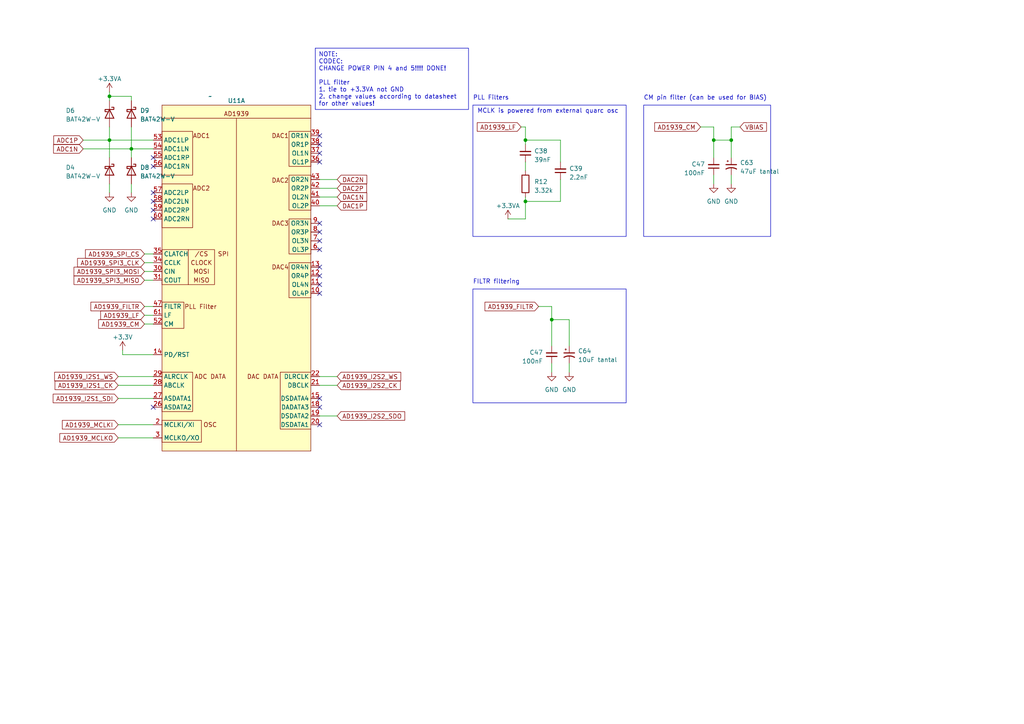
<source format=kicad_sch>
(kicad_sch (version 20230121) (generator eeschema)
  (paper "A4")
  (lib_symbols
    (symbol "Device:C_Polarized_Small_US" (pin_numbers hide) (pin_names (offset 0.254) hide)
      (property "Reference" "C" (at 0.254 1.778 0))
      (property "Value" "C_Polarized_Small_US" (at 0.254 -2.032 0))
      (symbol "C_Polarized_Small_US_0_1"
        (polyline (pts (xy -1.524 0.508) (xy 1.524 0.508)) (stroke (width 0.3048)))
        (polyline (pts (xy -1.27 1.524) (xy -0.762 1.524)))
        (polyline (pts (xy -1.016 1.27) (xy -1.016 1.778)))
        (arc (start 1.524 -0.762) (mid 0 -0.3734) (end -1.524 -0.762) (stroke (width 0.3048)))
      )
      (symbol "C_Polarized_Small_US_1_1"
        (pin passive line (at 0 2.54 270) (length 2.032) (name "~") (number "1"))
        (pin passive line (at 0 -2.54 90) (length 2.032) (name "~") (number "2"))
      )
    )
    (symbol "Device:C_Small" (pin_numbers hide) (pin_names (offset 0.254) hide)
      (property "Reference" "C" (at 0.254 1.778 0))
      (property "Value" "C_Small" (at 0.254 -2.032 0))
      (symbol "C_Small_0_1"
        (polyline (pts (xy -1.524 -0.508) (xy 1.524 -0.508)) (stroke (width 0.3302)))
        (polyline (pts (xy -1.524 0.508) (xy 1.524 0.508)) (stroke (width 0.3048)))
      )
      (symbol "C_Small_1_1"
        (pin passive line (at 0 2.54 270) (length 2.032) (name "~") (number "1"))
        (pin passive line (at 0 -2.54 90) (length 2.032) (name "~") (number "2"))
      )
    )
    (symbol "Device:R" (pin_numbers hide) (pin_names (offset 0))
      (property "Reference" "R" (at 2.032 0 90))
      (property "Value" "R" (at 0 0 90))
      (symbol "R_0_1"
        (rectangle (start -1.016 -2.54) (end 1.016 2.54) (stroke (width 0.254)))
      )
      (symbol "R_1_1"
        (pin passive line (at 0 3.81 270) (length 1.27) (name "~") (number "1"))
        (pin passive line (at 0 -3.81 90) (length 1.27) (name "~") (number "2"))
      )
    )
    (symbol "Diode:BAT42W-V" (pin_numbers hide) (pin_names (offset 1.016) hide)
      (property "Reference" "D" (at 0 2.54 0))
      (property "Value" "BAT42W-V" (at 0 -2.54 0))
      (symbol "BAT42W-V_0_1"
        (polyline (pts (xy 1.27 0) (xy -1.27 0)))
        (polyline (pts (xy 1.27 1.27) (xy 1.27 -1.27) (xy -1.27 0) (xy 1.27 1.27)) (stroke (width 0.254)))
        (polyline (pts (xy -1.905 0.635) (xy -1.905 1.27) (xy -1.27 1.27) (xy -1.27 -1.27) (xy -0.635 -1.27) (xy -0.635 -0.635)) (stroke (width 0.254)))
      )
      (symbol "BAT42W-V_1_1"
        (pin passive line (at -3.81 0 0) (length 2.54) (name "K") (number "1"))
        (pin passive line (at 3.81 0 180) (length 2.54) (name "A") (number "2"))
      )
    )
    (symbol "codec:AD1939"
      (property "Reference" "U" (at -10.16 5.08 0))
      (symbol "AD1939_1_1"
        (rectangle (start -13.97 -93.98) (end -2.54 -100.33))
        (rectangle (start -13.97 -80.01) (end -5.08 -91.44))
        (rectangle (start -13.97 -59.69) (end -7.62 -67.31))
        (rectangle (start -13.97 -44.45) (end -6.35 -54.61))
        (rectangle (start -13.97 -25.4) (end -5.08 -38.1))
        (rectangle (start -13.97 -10.16) (end -5.08 -22.86))
        (rectangle (start -13.97 -2.54) (end 29.21 -102.87) (fill (type background)))
        (polyline (pts (xy -13.97 -6.35) (xy 29.21 -6.35)))
        (polyline (pts (xy 7.62 -6.35) (xy 7.62 -102.87)))
        (polyline (pts (xy -6.35 -44.45) (xy 1.27 -44.45) (xy 1.27 -54.61) (xy -6.35 -54.61)))
        (polyline (pts (xy 29.21 -80.01) (xy 20.32 -80.01) (xy 20.32 -96.52) (xy 29.21 -96.52)))
        (rectangle (start 22.86 -48.26) (end 29.21 -58.42))
        (rectangle (start 22.86 -35.56) (end 29.21 -45.72))
        (rectangle (start 22.86 -22.86) (end 29.21 -33.02))
        (rectangle (start 22.86 -10.16) (end 29.21 -20.32))
        (text "/CS" (at -2.54 -45.72 0) (effects (font (size 1.27 1.27))))
        (text "AD1939" (at 7.62 -5.08 0) (effects (font (size 1.27 1.27))))
        (text "ADC DATA" (at 0 -81.28 0) (effects (font (size 1.27 1.27))))
        (text "ADC1\n" (at -2.54 -11.43 0) (effects (font (size 1.27 1.27))))
        (text "ADC2\n" (at -2.54 -26.67 0) (effects (font (size 1.27 1.27))))
        (text "CLOCK" (at -2.54 -48.26 0) (effects (font (size 1.27 1.27))))
        (text "DAC DATA" (at 15.24 -81.28 0) (effects (font (size 1.27 1.27))))
        (text "DAC1\n" (at 20.32 -11.43 0) (effects (font (size 1.27 1.27))))
        (text "DAC2\n\n" (at 20.32 -25.4 0) (effects (font (size 1.27 1.27))))
        (text "DAC3\n" (at 20.32 -36.83 0) (effects (font (size 1.27 1.27))))
        (text "DAC4\n" (at 20.32 -49.53 0) (effects (font (size 1.27 1.27))))
        (text "MISO" (at -2.54 -53.34 0) (effects (font (size 1.27 1.27))))
        (text "MOSI" (at -2.54 -50.8 0) (effects (font (size 1.27 1.27))))
        (text "OSC" (at 0 -95.25 0) (effects (font (size 1.27 1.27))))
        (text "PLL Filter" (at -2.7837 -60.9893 0) (effects (font (size 1.27 1.27))))
        (text "SPI\n" (at 3.81 -45.72 0) (effects (font (size 1.27 1.27))))
        (pin output line (at 31.75 -57.15 180) (length 2.54) (name "OL4P") (number "10"))
        (pin output line (at 31.75 -54.61 180) (length 2.54) (name "OL4N") (number "11"))
        (pin output line (at 31.75 -52.07 180) (length 2.54) (name "OR4P") (number "12"))
        (pin output line (at 31.75 -49.53 180) (length 2.54) (name "OR4N") (number "13"))
        (pin input line (at -16.51 -74.93 0) (length 2.54) (name "PD/RST") (number "14"))
        (pin bidirectional line (at 31.75 -87.63 180) (length 2.54) (name "DSDATA4") (number "15"))
        (pin bidirectional line (at 31.75 -90.17 180) (length 2.54) (name "DADATA3") (number "18"))
        (pin bidirectional line (at 31.75 -92.71 180) (length 2.54) (name "DSDATA2") (number "19"))
        (pin input line (at -16.51 -95.25 0) (length 2.54) (name "MCLKI/XI") (number "2"))
        (pin input line (at 31.75 -95.25 180) (length 2.54) (name "DSDATA1") (number "20"))
        (pin bidirectional line (at 31.75 -83.82 180) (length 2.54) (name "DBCLK") (number "21"))
        (pin bidirectional line (at 31.75 -81.28 180) (length 2.54) (name "DLRCLK") (number "22"))
        (pin bidirectional line (at -16.51 -90.17 0) (length 2.54) (name "ASDATA2") (number "26"))
        (pin output line (at -16.51 -87.63 0) (length 2.54) (name "ASDATA1") (number "27"))
        (pin bidirectional line (at -16.51 -83.82 0) (length 2.54) (name "ABCLK") (number "28"))
        (pin bidirectional line (at -16.51 -81.28 0) (length 2.54) (name "ALRCLK") (number "29"))
        (pin output line (at -16.51 -99.06 0) (length 2.54) (name "MCLKO/XO") (number "3"))
        (pin input line (at -16.51 -50.8 0) (length 2.54) (name "CIN") (number "30"))
        (pin bidirectional line (at -16.51 -53.34 0) (length 2.54) (name "COUT") (number "31"))
        (pin input line (at -16.51 -48.26 0) (length 2.54) (name "CCLK") (number "34"))
        (pin input line (at -16.51 -45.72 0) (length 2.54) (name "CLATCH") (number "35"))
        (pin output line (at 31.75 -19.05 180) (length 2.54) (name "OL1P") (number "36"))
        (pin output line (at 31.75 -16.51 180) (length 2.54) (name "OL1N") (number "37"))
        (pin output line (at 31.75 -13.97 180) (length 2.54) (name "OR1P") (number "38"))
        (pin output line (at 31.75 -11.43 180) (length 2.54) (name "OR1N") (number "39"))
        (pin output line (at 31.75 -31.75 180) (length 2.54) (name "OL2P") (number "40"))
        (pin output line (at 31.75 -29.21 180) (length 2.54) (name "OL2N") (number "41"))
        (pin output line (at 31.75 -26.67 180) (length 2.54) (name "OR2P") (number "42"))
        (pin output line (at 31.75 -24.13 180) (length 2.54) (name "OR2N") (number "43"))
        (pin output line (at -16.51 -60.96 0) (length 2.54) (name "FILTR") (number "47"))
        (pin output line (at -16.51 -66.04 0) (length 2.54) (name "CM") (number "52"))
        (pin input line (at -16.51 -12.7 0) (length 2.54) (name "ADC1LP") (number "53"))
        (pin input line (at -16.51 -15.24 0) (length 2.54) (name "ADC1LN") (number "54"))
        (pin input line (at -16.51 -17.78 0) (length 2.54) (name "ADC1RP") (number "55"))
        (pin input line (at -16.51 -20.32 0) (length 2.54) (name "ADC1RN") (number "56"))
        (pin input line (at -16.51 -27.94 0) (length 2.54) (name "ADC2LP") (number "57"))
        (pin input line (at -16.51 -30.48 0) (length 2.54) (name "ADC2LN") (number "58"))
        (pin input line (at -16.51 -33.02 0) (length 2.54) (name "ADC2RP") (number "59"))
        (pin output line (at 31.75 -44.45 180) (length 2.54) (name "OL3P") (number "6"))
        (pin input line (at -16.51 -35.56 0) (length 2.54) (name "ADC2RN") (number "60"))
        (pin output line (at -16.51 -63.5 0) (length 2.54) (name "LF") (number "61"))
        (pin output line (at 31.75 -41.91 180) (length 2.54) (name "OL3N") (number "7"))
        (pin output line (at 31.75 -39.37 180) (length 2.54) (name "OR3P") (number "8"))
        (pin output line (at 31.75 -36.83 180) (length 2.54) (name "OR3N") (number "9"))
      )
      (symbol "AD1939_2_1"
        (rectangle (start -11.43 3.81) (end 11.43 -35.56) (fill (type background)))
        (polyline (pts (xy -11.43 0) (xy 11.43 0)))
        (polyline (pts (xy 0 0) (xy 0 -35.56)))
        (text "AD1939_PWR\n" (at 0 1.27 0) (effects (font (size 1.27 1.27))))
        (text "Analog" (at 6.35 -1.27 0) (effects (font (size 1.27 1.27))))
        (text "Digital\n" (at -6.35 -1.27 0) (effects (font (size 1.27 1.27))))
        (pin input line (at 13.97 -24.13 180) (length 2.54) (name "AGND") (number "1"))
        (pin input line (at -13.97 -21.59 0) (length 2.54) (name "DGND") (number "16"))
        (pin input line (at -13.97 -5.08 0) (length 2.54) (name "DVDD") (number "17"))
        (pin input line (at -13.97 -16.51 0) (length 2.54) (name "VSUPPLY") (number "23"))
        (pin input line (at -13.97 -11.43 0) (length 2.54) (name "VSENSE") (number "24"))
        (pin output line (at -13.97 -13.97 0) (length 2.54) (name "VDRIVE") (number "25"))
        (pin input line (at -13.97 -7.62 0) (length 2.54) (name "DVDD") (number "32"))
        (pin input line (at -13.97 -24.13 0) (length 2.54) (name "DGND") (number "33"))
        (pin input line (at 13.97 -21.59 180) (length 2.54) (name "AGND") (number "4"))
        (pin input line (at 13.97 -31.75 180) (length 2.54) (name "AGND") (number "44"))
        (pin input line (at 13.97 -10.16 180) (length 2.54) (name "AVDD") (number "45"))
        (pin input line (at 13.97 -29.21 180) (length 2.54) (name "AGND") (number "46"))
        (pin input line (at 13.97 -26.67 180) (length 2.54) (name "AGND") (number "48"))
        (pin no_connect line (at -13.97 -26.67 0) (length 2.54) (name "NC") (number "49"))
        (pin input line (at 13.97 -19.05 180) (length 2.54) (name "AGND") (number "5"))
        (pin no_connect line (at -13.97 -29.21 0) (length 2.54) (name "NC") (number "50"))
        (pin input line (at 13.97 -7.62 180) (length 2.54) (name "AVDD") (number "51"))
        (pin input line (at 13.97 -5.08 180) (length 2.54) (name "AVDD") (number "62"))
        (pin no_connect line (at -13.97 -31.75 0) (length 2.54) (name "NC") (number "63"))
        (pin no_connect line (at -13.97 -34.29 0) (length 2.54) (name "NC") (number "64"))
      )
    )
    (symbol "power:+3.3V" (power) (pin_names (offset 0))
      (property "Value" "+3.3V" (at 0 3.556 0))
      (symbol "+3.3V_0_1"
        (polyline (pts (xy -0.762 1.27) (xy 0 2.54)))
        (polyline (pts (xy 0 0) (xy 0 2.54)))
        (polyline (pts (xy 0 2.54) (xy 0.762 1.27)))
      )
      (symbol "+3.3V_1_1"
        (pin power_in line (at 0 0 90) (length 0) hide (name "+3.3V") (number "1"))
      )
    )
    (symbol "power:+3.3VA" (power) (pin_names (offset 0))
      (property "Value" "+3.3VA" (at 0 3.556 0))
      (symbol "+3.3VA_0_1"
        (polyline (pts (xy -0.762 1.27) (xy 0 2.54)))
        (polyline (pts (xy 0 0) (xy 0 2.54)))
        (polyline (pts (xy 0 2.54) (xy 0.762 1.27)))
      )
      (symbol "+3.3VA_1_1"
        (pin power_in line (at 0 0 90) (length 0) hide (name "+3.3VA") (number "1"))
      )
    )
    (symbol "power:GND" (power) (pin_names (offset 0))
      (property "Value" "GND" (at 0 -3.81 0))
      (symbol "GND_0_1"
        (polyline (pts (xy 0 0) (xy 0 -1.27) (xy 1.27 -1.27) (xy 0 -2.54) (xy -1.27 -1.27) (xy 0 -1.27)))
      )
      (symbol "GND_1_1"
        (pin power_in line (at 0 0 270) (length 0) hide (name "GND") (number "1"))
      )
    )
  )
  (junction (at 38.1 43.18))
  (junction (at 31.75 40.64))
  (junction (at 31.75 27.94))
  (junction (at 212.09 40.64))
  (junction (at 152.4 40.64))
  (junction (at 160.02 92.71))
  (junction (at 152.4 58.42))
  (junction (at 207.01 40.64))
  (no_connect (at 92.71 115.57))
  (no_connect (at 44.45 60.96))
  (no_connect (at 92.71 77.47))
  (no_connect (at 92.71 82.55))
  (no_connect (at 92.71 118.11))
  (no_connect (at 44.45 63.5))
  (no_connect (at 92.71 46.99))
  (no_connect (at 92.71 64.77))
  (no_connect (at 92.71 41.91))
  (no_connect (at 92.71 44.45))
  (no_connect (at 44.45 55.88))
  (no_connect (at 92.71 67.31))
  (no_connect (at 92.71 123.19))
  (no_connect (at 44.45 45.72))
  (no_connect (at 92.71 39.37))
  (no_connect (at 92.71 72.39))
  (no_connect (at 92.71 69.85))
  (no_connect (at 92.71 80.01))
  (no_connect (at 44.45 118.11))
  (no_connect (at 44.45 58.42))
  (no_connect (at 44.45 48.26))
  (no_connect (at 92.71 85.09))
  (wire (pts (xy 35.56 101.6) (xy 35.56 102.87)))
  (wire (pts (xy 207.01 40.64) (xy 212.09 40.64)))
  (wire (pts (xy 41.91 73.66) (xy 44.45 73.66)))
  (wire (pts (xy 165.1 105.41) (xy 165.1 107.95)))
  (wire (pts (xy 212.09 36.83) (xy 212.09 40.64)))
  (wire (pts (xy 92.71 120.65) (xy 97.79 120.65)))
  (wire (pts (xy 152.4 58.42) (xy 152.4 63.5)))
  (wire (pts (xy 97.79 52.07) (xy 92.71 52.07)))
  (wire (pts (xy 152.4 58.42) (xy 162.56 58.42)))
  (wire (pts (xy 152.4 46.99) (xy 152.4 49.53)))
  (wire (pts (xy 156.21 88.9) (xy 160.02 88.9)))
  (wire (pts (xy 38.1 43.18) (xy 38.1 45.72)))
  (wire (pts (xy 160.02 88.9) (xy 160.02 92.71)))
  (wire (pts (xy 160.02 92.71) (xy 160.02 100.33)))
  (wire (pts (xy 214.63 36.83) (xy 212.09 36.83)))
  (wire (pts (xy 160.02 105.41) (xy 160.02 107.95)))
  (wire (pts (xy 31.75 40.64) (xy 31.75 45.72)))
  (wire (pts (xy 152.4 40.64) (xy 152.4 41.91)))
  (wire (pts (xy 41.91 91.44) (xy 44.45 91.44)))
  (wire (pts (xy 92.71 109.22) (xy 97.79 109.22)))
  (wire (pts (xy 152.4 57.15) (xy 152.4 58.42)))
  (wire (pts (xy 160.02 92.71) (xy 165.1 92.71)))
  (wire (pts (xy 34.29 109.22) (xy 44.45 109.22)))
  (wire (pts (xy 24.13 40.64) (xy 31.75 40.64)))
  (wire (pts (xy 97.79 57.15) (xy 92.71 57.15)))
  (wire (pts (xy 92.71 111.76) (xy 97.79 111.76)))
  (wire (pts (xy 207.01 40.64) (xy 207.01 36.83)))
  (wire (pts (xy 31.75 40.64) (xy 44.45 40.64)))
  (wire (pts (xy 162.56 58.42) (xy 162.56 52.07)))
  (wire (pts (xy 165.1 92.71) (xy 165.1 100.33)))
  (wire (pts (xy 147.32 63.5) (xy 152.4 63.5)))
  (wire (pts (xy 31.75 53.34) (xy 31.75 55.88)))
  (wire (pts (xy 97.79 54.61) (xy 92.71 54.61)))
  (wire (pts (xy 41.91 76.2) (xy 44.45 76.2)))
  (wire (pts (xy 212.09 50.8) (xy 212.09 53.34)))
  (wire (pts (xy 44.45 102.87) (xy 35.56 102.87)))
  (wire (pts (xy 38.1 27.94) (xy 38.1 29.21)))
  (wire (pts (xy 162.56 40.64) (xy 162.56 46.99)))
  (wire (pts (xy 31.75 27.94) (xy 31.75 29.21)))
  (wire (pts (xy 38.1 36.83) (xy 38.1 43.18)))
  (wire (pts (xy 41.91 88.9) (xy 44.45 88.9)))
  (wire (pts (xy 152.4 40.64) (xy 162.56 40.64)))
  (wire (pts (xy 34.29 111.76) (xy 44.45 111.76)))
  (wire (pts (xy 24.13 43.18) (xy 38.1 43.18)))
  (wire (pts (xy 207.01 50.8) (xy 207.01 53.34)))
  (wire (pts (xy 31.75 26.67) (xy 31.75 27.94)))
  (wire (pts (xy 152.4 36.83) (xy 152.4 40.64)))
  (wire (pts (xy 38.1 27.94) (xy 31.75 27.94)))
  (wire (pts (xy 203.2 36.83) (xy 207.01 36.83)))
  (wire (pts (xy 38.1 53.34) (xy 38.1 55.88)))
  (wire (pts (xy 97.79 59.69) (xy 92.71 59.69)))
  (wire (pts (xy 41.91 93.98) (xy 44.45 93.98)))
  (wire (pts (xy 34.29 127) (xy 44.45 127)))
  (wire (pts (xy 41.91 81.28) (xy 44.45 81.28)))
  (wire (pts (xy 212.09 40.64) (xy 212.09 45.72)))
  (wire (pts (xy 41.91 78.74) (xy 44.45 78.74)))
  (wire (pts (xy 207.01 40.64) (xy 207.01 45.72)))
  (wire (pts (xy 34.29 115.57) (xy 44.45 115.57)))
  (wire (pts (xy 151.13 36.83) (xy 152.4 36.83)))
  (wire (pts (xy 38.1 43.18) (xy 44.45 43.18)))
  (wire (pts (xy 34.29 123.19) (xy 44.45 123.19)))
  (wire (pts (xy 31.75 36.83) (xy 31.75 40.64)))
  (rectangle (start 137.16 30.48) (end 181.61 68.58))
  (rectangle (start 186.69 30.48) (end 223.52 68.58))
  (rectangle (start 137.16 83.82) (end 181.61 116.84))
  (text_box "NOTE: \nCODEC:\nCHANGE POWER PIN 4 and 5!!!! DONE!\n\nPLL filter\n1. tie to +3.3VA not GND\n2. change values according to datasheet for other values!" (at 91.44 13.97 0) (size 44.45 17.78) (effects (font (size 1.27 1.27)) (justify left top)))
  (text "PLL Filters" (at 137.16 29.21 0) (effects (font (size 1.27 1.27)) (justify left bottom)))
  (text "FILTR filtering" (at 137.16 82.55 0) (effects (font (size 1.27 1.27)) (justify left bottom)))
  (text "MCLK is powered from external quarc osc" (at 138.43 33.02 0) (effects (font (size 1.27 1.27)) (justify left bottom)))
  (text "CM pin filter (can be used for BIAS)" (at 186.69 29.21 0) (effects (font (size 1.27 1.27)) (justify left bottom)))
  (global_label "AD1939_I2S1_SDI" (shape input) (at 34.29 115.57 180) (property "Intersheetrefs" "${INTERSHEET_REFS}" (effects hide)))
  (global_label "AD1939_I2S2_SDO" (shape input) (at 97.79 120.65 0) (property "Intersheetrefs" "${INTERSHEET_REFS}" (effects hide)))
  (global_label "AD1939_SPI_CS" (shape input) (at 41.91 73.66 180) (property "Intersheetrefs" "${INTERSHEET_REFS}" (effects hide)))
  (global_label "AD1939_FILTR" (shape input) (at 41.91 88.9 180) (property "Intersheetrefs" "${INTERSHEET_REFS}" (effects hide)))
  (global_label "DAC1N" (shape input) (at 97.79 57.15 0) (property "Intersheetrefs" "${INTERSHEET_REFS}" (effects hide)))
  (global_label "AD1939_SPI3_MISO" (shape input) (at 41.91 81.28 180) (property "Intersheetrefs" "${INTERSHEET_REFS}" (effects hide)))
  (global_label "AD1939_I2S1_CK" (shape input) (at 34.29 111.76 180) (property "Intersheetrefs" "${INTERSHEET_REFS}" (effects hide)))
  (global_label "AD1939_I2S2_CK" (shape input) (at 97.79 111.76 0) (property "Intersheetrefs" "${INTERSHEET_REFS}" (effects hide)))
  (global_label "AD1939_FILTR" (shape input) (at 156.21 88.9 180) (property "Intersheetrefs" "${INTERSHEET_REFS}" (effects hide)))
  (global_label "DAC2N" (shape input) (at 97.79 52.07 0) (property "Intersheetrefs" "${INTERSHEET_REFS}" (effects hide)))
  (global_label "AD1939_LF" (shape input) (at 41.91 91.44 180) (property "Intersheetrefs" "${INTERSHEET_REFS}" (effects hide)))
  (global_label "AD1939_I2S1_WS" (shape input) (at 34.29 109.22 180) (property "Intersheetrefs" "${INTERSHEET_REFS}" (effects hide)))
  (global_label "DAC2P" (shape input) (at 97.79 54.61 0) (property "Intersheetrefs" "${INTERSHEET_REFS}" (effects hide)))
  (global_label "AD1939_CM" (shape input) (at 41.91 93.98 180) (property "Intersheetrefs" "${INTERSHEET_REFS}" (effects hide)))
  (global_label "AD1939_SPI3_MOSI" (shape input) (at 41.91 78.74 180) (property "Intersheetrefs" "${INTERSHEET_REFS}" (effects hide)))
  (global_label "AD1939_I2S2_WS" (shape input) (at 97.79 109.22 0) (property "Intersheetrefs" "${INTERSHEET_REFS}" (effects hide)))
  (global_label "ADC1N" (shape input) (at 24.13 43.18 180) (property "Intersheetrefs" "${INTERSHEET_REFS}" (effects hide)))
  (global_label "VBIAS" (shape input) (at 214.63 36.83 0) (property "Intersheetrefs" "${INTERSHEET_REFS}" (effects hide)))
  (global_label "ADC1P" (shape input) (at 24.13 40.64 180) (property "Intersheetrefs" "${INTERSHEET_REFS}" (effects hide)))
  (global_label "AD1939_MCLKO" (shape input) (at 34.29 127 180) (property "Intersheetrefs" "${INTERSHEET_REFS}" (effects hide)))
  (global_label "DAC1P" (shape input) (at 97.79 59.69 0) (property "Intersheetrefs" "${INTERSHEET_REFS}" (effects hide)))
  (global_label "AD1939_MCLKI" (shape input) (at 34.29 123.19 180) (property "Intersheetrefs" "${INTERSHEET_REFS}" (effects hide)))
  (global_label "AD1939_SPI3_CLK" (shape input) (at 41.91 76.2 180) (property "Intersheetrefs" "${INTERSHEET_REFS}" (effects hide)))
  (global_label "AD1939_CM" (shape input) (at 203.2 36.83 180) (property "Intersheetrefs" "${INTERSHEET_REFS}" (effects hide)))
  (global_label "AD1939_LF" (shape input) (at 151.13 36.83 180) (property "Intersheetrefs" "${INTERSHEET_REFS}" (effects hide)))
  (symbol (lib_id "codec:AD1939") (at 60.96 27.94 0) (unit 1)
    (property "Reference" "U11" (at 68.58 29.21 0))
    (property "Value" "~" (at 60.96 27.94 0))
    (property "Footprint" "Package_QFP:LQFP-64_10x10mm_P0.5mm" (effects hide))
  )
  (symbol (lib_id "Device:R") (at 152.4 53.34 0) (unit 1)
    (property "Reference" "R12" (at 154.94 52.705 0) (effects (justify left)))
    (property "Value" "3.32k" (at 154.94 55.245 0) (effects (justify left)))
    (property "Footprint" "Resistor_SMD:R_0805_2012Metric_Pad1.20x1.40mm_HandSolder" (effects hide))
    (instances (project "stm_audio_board_V2_1" (path "" (reference "R12") (unit 1)) (path "" (reference "R10") (unit 1)) (path "" (reference "R10") (unit 1)) (path "" (reference "R10") (unit 1))))
  )
  (symbol (lib_id "Device:C_Polarized_Small_US") (at 165.1 102.87 0) (unit 1)
    (property "Reference" "C64" (at 167.64 101.8032 0) (effects (justify left)))
    (property "Value" "10uF tantal" (at 167.64 104.3432 0) (effects (justify left)))
    (property "Footprint" "Capacitor_Tantalum_SMD:CP_EIA-6032-28_Kemet-C_Pad2.25x2.35mm_HandSolder" (effects hide))
    (instances (project "stm_audio_board_V2_1" (path "" (reference "C64") (unit 1)) (path "" (reference "C64") (unit 1)) (path "" (reference "C80") (unit 1))))
  )
  (symbol (lib_id "Device:C_Small") (at 152.4 44.45 180) (unit 1)
    (property "Reference" "C38" (at 154.94 43.8086 0) (effects (justify right)))
    (property "Value" "39nF" (at 154.94 46.3486 0) (effects (justify right)))
    (property "Footprint" "Capacitor_SMD:C_0805_2012Metric_Pad1.18x1.45mm_HandSolder" (effects hide))
    (instances (project "stm_audio_board_V2_1" (path "" (reference "C38") (unit 1)) (path "" (reference "C38") (unit 1)) (path "" (reference "C38") (unit 1)) (path "" (reference "C67") (unit 1))))
  )
  (symbol (lib_id "Diode:BAT42W-V") (at 31.75 49.53 270) (unit 1)
    (property "Reference" "D4" (at 19.05 48.5775 90) (effects (justify left)))
    (property "Value" "BAT42W-V" (at 19.05 51.1175 90) (effects (justify left)))
    (property "Footprint" "Diode_SMD:D_SOD-123" (effects hide))
    (property "Datasheet" "http://www.vishay.com/docs/85660/bat42.pdf" (effects hide))
  )
  (symbol (lib_id "power:GND") (at 165.1 107.95 0) (unit 1)
    (property "Reference" "#PWR02" (effects hide))
    (property "Value" "GND" (at 165.1 113.03 0))
    (instances (project "stm_audio_board_V2_1" (path "" (reference "#PWR02") (unit 1)) (path "" (reference "#PWR01") (unit 1)) (path "" (reference "#PWR060") (unit 1)) (path "" (reference "#PWR041") (unit 1))))
  )
  (symbol (lib_id "Device:C_Small") (at 207.01 48.26 0) (mirror x) (unit 1)
    (property "Reference" "C47" (at 204.47 47.6186 0) (effects (justify right)))
    (property "Value" "100nF" (at 204.47 50.1586 0) (effects (justify right)))
    (property "Footprint" "Capacitor_SMD:C_0603_1608Metric_Pad1.08x0.95mm_HandSolder" (effects hide))
    (instances (project "stm_audio_board_V2_1" (path "" (reference "C47") (unit 1)) (path "" (reference "C63") (unit 1)) (path "" (reference "C25") (unit 1))))
  )
  (symbol (lib_id "power:GND") (at 31.75 55.88 0) (unit 1)
    (property "Reference" "#PWR02" (effects hide))
    (property "Value" "GND" (at 31.75 60.96 0))
    (instances (project "stm_audio_board_V2_1" (path "" (reference "#PWR02") (unit 1)) (path "" (reference "#PWR01") (unit 1)) (path "" (reference "#PWR059") (unit 1)) (path "" (reference "#PWR069") (unit 1))))
  )
  (symbol (lib_id "power:+3.3VA") (at 31.75 26.67 0) (unit 1)
    (property "Reference" "#PWR044" (effects hide))
    (property "Value" "+3.3VA" (at 31.75 22.86 0))
    (instances (project "stm_audio_board_V2_1" (path "" (reference "#PWR044") (unit 1)) (path "" (reference "#PWR060") (unit 1))))
  )
  (symbol (lib_id "power:GND") (at 38.1 55.88 0) (unit 1)
    (property "Reference" "#PWR02" (effects hide))
    (property "Value" "GND" (at 38.1 60.96 0))
    (instances (project "stm_audio_board_V2_1" (path "" (reference "#PWR02") (unit 1)) (path "" (reference "#PWR01") (unit 1)) (path "" (reference "#PWR059") (unit 1)) (path "" (reference "#PWR070") (unit 1))))
  )
  (symbol (lib_id "power:+3.3VA") (at 147.32 63.5 0) (unit 1)
    (property "Reference" "#PWR044" (effects hide))
    (property "Value" "+3.3VA" (at 147.32 59.69 0))
    (instances (project "stm_audio_board_V2_1" (path "" (reference "#PWR044") (unit 1)) (path "" (reference "#PWR037") (unit 1))))
  )
  (symbol (lib_id "Diode:BAT42W-V") (at 38.1 33.02 270) (unit 1)
    (property "Reference" "D9" (at 40.64 32.0675 90) (effects (justify left)))
    (property "Value" "BAT42W-V" (at 40.64 34.6075 90) (effects (justify left)))
    (property "Footprint" "Diode_SMD:D_SOD-123" (effects hide))
    (property "Datasheet" "http://www.vishay.com/docs/85660/bat42.pdf" (effects hide))
  )
  (symbol (lib_id "Diode:BAT42W-V") (at 38.1 49.53 270) (unit 1)
    (property "Reference" "D8" (at 40.64 48.5775 90) (effects (justify left)))
    (property "Value" "BAT42W-V" (at 40.64 51.1175 90) (effects (justify left)))
    (property "Footprint" "Diode_SMD:D_SOD-123" (effects hide))
    (property "Datasheet" "http://www.vishay.com/docs/85660/bat42.pdf" (effects hide))
  )
  (symbol (lib_id "power:+3.3V") (at 35.56 101.6 0) (unit 1)
    (property "Reference" "#PWR087" (effects hide))
    (property "Value" "+3.3V" (at 35.56 97.79 0))
    (instances (project "stm_audio_board_V2_1" (path "" (reference "#PWR087") (unit 1)) (path "" (reference "#PWR062") (unit 1))))
  )
  (symbol (lib_id "Device:C_Small") (at 162.56 49.53 180) (unit 1)
    (property "Reference" "C39" (at 165.1 48.8886 0) (effects (justify right)))
    (property "Value" "2.2nF" (at 165.1 51.4286 0) (effects (justify right)))
    (property "Footprint" "Capacitor_SMD:C_0603_1608Metric_Pad1.08x0.95mm_HandSolder" (effects hide))
    (instances (project "stm_audio_board_V2_1" (path "" (reference "C39") (unit 1)) (path "" (reference "C39") (unit 1)) (path "" (reference "C39") (unit 1)) (path "" (reference "C68") (unit 1))))
  )
  (symbol (lib_id "Device:C_Polarized_Small_US") (at 212.09 48.26 0) (unit 1)
    (property "Reference" "C63" (at 214.63 47.1932 0) (effects (justify left)))
    (property "Value" "47uF tantal" (at 214.63 49.7332 0) (effects (justify left)))
    (property "Footprint" "Capacitor_Tantalum_SMD:CP_EIA-7343-31_Kemet-D_Pad2.25x2.55mm_HandSolder" (effects hide))
    (property "Datasheet" "https://www.hestore.hu/prod_10032010.html" (effects hide))
    (instances (project "stm_audio_board_V2_1" (path "" (reference "C63") (unit 1)) (path "" (reference "C67") (unit 1)) (path "" (reference "C26") (unit 1))))
  )
  (symbol (lib_id "power:GND") (at 207.01 53.34 0) (unit 1)
    (property "Reference" "#PWR02" (effects hide))
    (property "Value" "GND" (at 207.01 58.42 0))
    (instances (project "stm_audio_board_V2_1" (path "" (reference "#PWR02") (unit 1)) (path "" (reference "#PWR01") (unit 1)) (path "" (reference "#PWR040") (unit 1)) (path "" (reference "#PWR016") (unit 1))))
  )
  (symbol (lib_id "Device:C_Small") (at 160.02 102.87 0) (mirror x) (unit 1)
    (property "Reference" "C47" (at 157.48 102.2286 0) (effects (justify right)))
    (property "Value" "100nF" (at 157.48 104.7686 0) (effects (justify right)))
    (property "Footprint" "Capacitor_SMD:C_0603_1608Metric_Pad1.08x0.95mm_HandSolder" (effects hide))
    (instances (project "stm_audio_board_V2_1" (path "" (reference "C47") (unit 1)) (path "" (reference "C68") (unit 1)) (path "" (reference "C79") (unit 1))))
  )
  (symbol (lib_id "power:GND") (at 212.09 53.34 0) (unit 1)
    (property "Reference" "#PWR02" (effects hide))
    (property "Value" "GND" (at 212.09 58.42 0))
    (instances (project "stm_audio_board_V2_1" (path "" (reference "#PWR02") (unit 1)) (path "" (reference "#PWR01") (unit 1)) (path "" (reference "#PWR041") (unit 1)) (path "" (reference "#PWR032") (unit 1))))
  )
  (symbol (lib_id "Diode:BAT42W-V") (at 31.75 33.02 270) (unit 1)
    (property "Reference" "D6" (at 19.05 32.0675 90) (effects (justify left)))
    (property "Value" "BAT42W-V" (at 19.05 34.6075 90) (effects (justify left)))
    (property "Footprint" "Diode_SMD:D_SOD-123" (effects hide))
    (property "Datasheet" "http://www.vishay.com/docs/85660/bat42.pdf" (effects hide))
  )
  (symbol (lib_id "power:GND") (at 160.02 107.95 0) (unit 1)
    (property "Reference" "#PWR02" (effects hide))
    (property "Value" "GND" (at 160.02 113.03 0))
    (instances (project "stm_audio_board_V2_1" (path "" (reference "#PWR02") (unit 1)) (path "" (reference "#PWR01") (unit 1)) (path "" (reference "#PWR059") (unit 1)) (path "" (reference "#PWR040") (unit 1))))
  )
)
</source>
